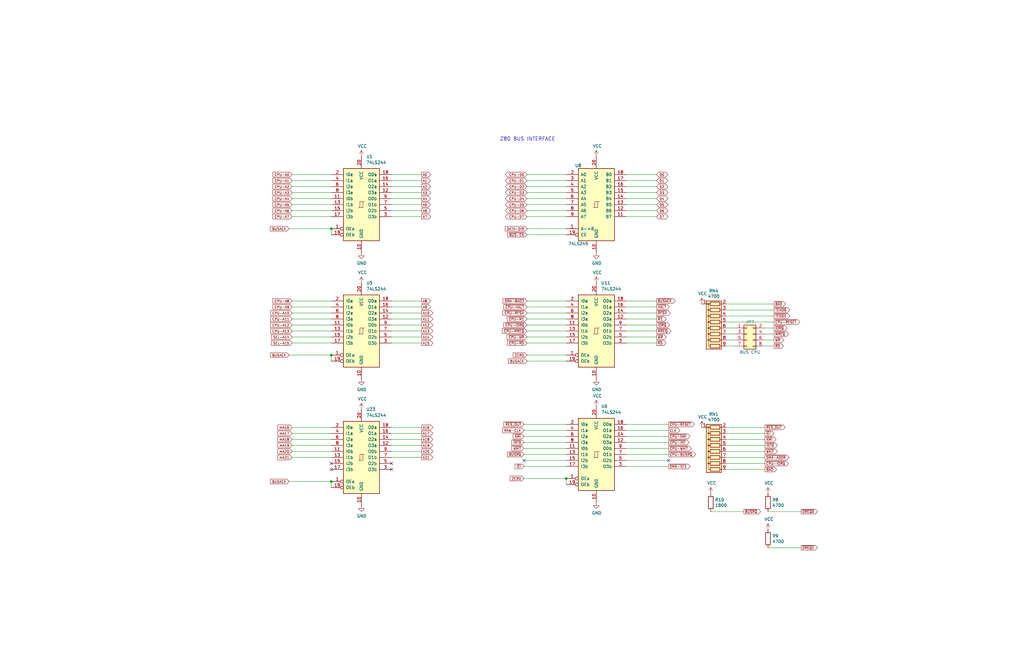
<source format=kicad_sch>
(kicad_sch (version 20211123) (generator eeschema)
  (paper "B")
  (lib_symbols
    (symbol "74xx:74LS244" (pin_names (offset 1.016))
      (property "Reference" "U" (at -7.62 16.51 0))
      (property "Value" "74LS244" (at -7.62 -16.51 0))
      (symbol "74LS244_1_0"
        (polyline (pts (xy -0.635 -1.27) (xy -0.635 1.27) (xy 0.635 1.27)))
        (polyline (pts (xy -1.27 -1.27) (xy 0.635 -1.27) (xy 0.635 1.27) (xy 1.27 1.27)))
        (pin input inverted (at -12.7 -10.16 0) (length 5.08) (name "OEa") (number "1"))
        (pin power_in line (at 0 -20.32 90) (length 5.08) (name "GND") (number "10"))
        (pin input line (at -12.7 2.54 0) (length 5.08) (name "I0b") (number "11"))
        (pin tri_state line (at 12.7 5.08 180) (length 5.08) (name "O3a") (number "12"))
        (pin input line (at -12.7 0 0) (length 5.08) (name "I1b") (number "13"))
        (pin tri_state line (at 12.7 7.62 180) (length 5.08) (name "O2a") (number "14"))
        (pin input line (at -12.7 -2.54 0) (length 5.08) (name "I2b") (number "15"))
        (pin tri_state line (at 12.7 10.16 180) (length 5.08) (name "O1a") (number "16"))
        (pin input line (at -12.7 -5.08 0) (length 5.08) (name "I3b") (number "17"))
        (pin tri_state line (at 12.7 12.7 180) (length 5.08) (name "O0a") (number "18"))
        (pin input inverted (at -12.7 -12.7 0) (length 5.08) (name "OEb") (number "19"))
        (pin input line (at -12.7 12.7 0) (length 5.08) (name "I0a") (number "2"))
        (pin power_in line (at 0 20.32 270) (length 5.08) (name "VCC") (number "20"))
        (pin tri_state line (at 12.7 -5.08 180) (length 5.08) (name "O3b") (number "3"))
        (pin input line (at -12.7 10.16 0) (length 5.08) (name "I1a") (number "4"))
        (pin tri_state line (at 12.7 -2.54 180) (length 5.08) (name "O2b") (number "5"))
        (pin input line (at -12.7 7.62 0) (length 5.08) (name "I2a") (number "6"))
        (pin tri_state line (at 12.7 0 180) (length 5.08) (name "O1b") (number "7"))
        (pin input line (at -12.7 5.08 0) (length 5.08) (name "I3a") (number "8"))
        (pin tri_state line (at 12.7 2.54 180) (length 5.08) (name "O0b") (number "9"))
      )
      (symbol "74LS244_1_1"
        (rectangle (start -7.62 15.24) (end 7.62 -15.24) (stroke (width 0.254)) (fill (type background)))
      )
    )
    (symbol "74xx:74LS245" (pin_names (offset 1.016))
      (property "Reference" "U" (at -7.62 16.51 0))
      (property "Value" "74LS245" (at -7.62 -16.51 0))
      (symbol "74LS245_1_0"
        (polyline (pts (xy -0.635 -1.27) (xy -0.635 1.27) (xy 0.635 1.27)))
        (polyline (pts (xy -1.27 -1.27) (xy 0.635 -1.27) (xy 0.635 1.27) (xy 1.27 1.27)))
        (pin input line (at -12.7 -10.16 0) (length 5.08) (name "A->B") (number "1"))
        (pin power_in line (at 0 -20.32 90) (length 5.08) (name "GND") (number "10"))
        (pin tri_state line (at 12.7 -5.08 180) (length 5.08) (name "B7") (number "11"))
        (pin tri_state line (at 12.7 -2.54 180) (length 5.08) (name "B6") (number "12"))
        (pin tri_state line (at 12.7 0 180) (length 5.08) (name "B5") (number "13"))
        (pin tri_state line (at 12.7 2.54 180) (length 5.08) (name "B4") (number "14"))
        (pin tri_state line (at 12.7 5.08 180) (length 5.08) (name "B3") (number "15"))
        (pin tri_state line (at 12.7 7.62 180) (length 5.08) (name "B2") (number "16"))
        (pin tri_state line (at 12.7 10.16 180) (length 5.08) (name "B1") (number "17"))
        (pin tri_state line (at 12.7 12.7 180) (length 5.08) (name "B0") (number "18"))
        (pin input inverted (at -12.7 -12.7 0) (length 5.08) (name "CE") (number "19"))
        (pin tri_state line (at -12.7 12.7 0) (length 5.08) (name "A0") (number "2"))
        (pin power_in line (at 0 20.32 270) (length 5.08) (name "VCC") (number "20"))
        (pin tri_state line (at -12.7 10.16 0) (length 5.08) (name "A1") (number "3"))
        (pin tri_state line (at -12.7 7.62 0) (length 5.08) (name "A2") (number "4"))
        (pin tri_state line (at -12.7 5.08 0) (length 5.08) (name "A3") (number "5"))
        (pin tri_state line (at -12.7 2.54 0) (length 5.08) (name "A4") (number "6"))
        (pin tri_state line (at -12.7 0 0) (length 5.08) (name "A5") (number "7"))
        (pin tri_state line (at -12.7 -2.54 0) (length 5.08) (name "A6") (number "8"))
        (pin tri_state line (at -12.7 -5.08 0) (length 5.08) (name "A7") (number "9"))
      )
      (symbol "74LS245_1_1"
        (rectangle (start -7.62 15.24) (end 7.62 -15.24) (stroke (width 0.254)) (fill (type background)))
      )
    )
    (symbol "Connector_Generic:Conn_02x04_Odd_Even" (pin_names (offset 1.016) hide)
      (property "Reference" "J" (at 1.27 5.08 0))
      (property "Value" "Conn_02x04_Odd_Even" (at 1.27 -7.62 0))
      (symbol "Conn_02x04_Odd_Even_1_1"
        (rectangle (start -1.27 -4.953) (end 0 -5.207) (stroke (width 0.1524)))
        (rectangle (start -1.27 -2.413) (end 0 -2.667) (stroke (width 0.1524)))
        (rectangle (start -1.27 0.127) (end 0 -0.127) (stroke (width 0.1524)))
        (rectangle (start -1.27 2.667) (end 0 2.413) (stroke (width 0.1524)))
        (rectangle (start -1.27 3.81) (end 3.81 -6.35) (stroke (width 0.254)) (fill (type background)))
        (rectangle (start 3.81 -4.953) (end 2.54 -5.207) (stroke (width 0.1524)))
        (rectangle (start 3.81 -2.413) (end 2.54 -2.667) (stroke (width 0.1524)))
        (rectangle (start 3.81 0.127) (end 2.54 -0.127) (stroke (width 0.1524)))
        (rectangle (start 3.81 2.667) (end 2.54 2.413) (stroke (width 0.1524)))
        (pin passive line (at -5.08 2.54 0) (length 3.81) (name "Pin_1") (number "1"))
        (pin passive line (at 7.62 2.54 180) (length 3.81) (name "Pin_2") (number "2"))
        (pin passive line (at -5.08 0 0) (length 3.81) (name "Pin_3") (number "3"))
        (pin passive line (at 7.62 0 180) (length 3.81) (name "Pin_4") (number "4"))
        (pin passive line (at -5.08 -2.54 0) (length 3.81) (name "Pin_5") (number "5"))
        (pin passive line (at 7.62 -2.54 180) (length 3.81) (name "Pin_6") (number "6"))
        (pin passive line (at -5.08 -5.08 0) (length 3.81) (name "Pin_7") (number "7"))
        (pin passive line (at 7.62 -5.08 180) (length 3.81) (name "Pin_8") (number "8"))
      )
    )
    (symbol "Device:R" (pin_numbers hide) (pin_names (offset 0))
      (property "Reference" "R" (at 2.032 0 90))
      (property "Value" "R" (at 0 0 90))
      (symbol "R_0_1"
        (rectangle (start -1.016 -2.54) (end 1.016 2.54) (stroke (width 0.254)))
      )
      (symbol "R_1_1"
        (pin passive line (at 0 3.81 270) (length 1.27) (name "~") (number "1"))
        (pin passive line (at 0 -3.81 90) (length 1.27) (name "~") (number "2"))
      )
    )
    (symbol "Device:R_Network08" (pin_names (offset 0) hide)
      (property "Reference" "RN" (at -12.7 0 90))
      (property "Value" "R_Network08" (at 10.16 0 90))
      (symbol "R_Network08_0_1"
        (rectangle (start -11.43 -3.175) (end 8.89 3.175) (stroke (width 0.254)) (fill (type background)))
        (rectangle (start -10.922 1.524) (end -9.398 -2.54) (stroke (width 0.254)))
        (circle (center -10.16 2.286) (radius 0.254) (fill (type outline)))
        (rectangle (start -8.382 1.524) (end -6.858 -2.54) (stroke (width 0.254)))
        (circle (center -7.62 2.286) (radius 0.254) (fill (type outline)))
        (rectangle (start -5.842 1.524) (end -4.318 -2.54) (stroke (width 0.254)))
        (circle (center -5.08 2.286) (radius 0.254) (fill (type outline)))
        (rectangle (start -3.302 1.524) (end -1.778 -2.54) (stroke (width 0.254)))
        (circle (center -2.54 2.286) (radius 0.254) (fill (type outline)))
        (rectangle (start -0.762 1.524) (end 0.762 -2.54) (stroke (width 0.254)))
        (polyline (pts (xy -10.16 -2.54) (xy -10.16 -3.81)))
        (polyline (pts (xy -7.62 -2.54) (xy -7.62 -3.81)))
        (polyline (pts (xy -5.08 -2.54) (xy -5.08 -3.81)))
        (polyline (pts (xy -2.54 -2.54) (xy -2.54 -3.81)))
        (polyline (pts (xy 0 -2.54) (xy 0 -3.81)))
        (polyline (pts (xy 2.54 -2.54) (xy 2.54 -3.81)))
        (polyline (pts (xy 5.08 -2.54) (xy 5.08 -3.81)))
        (polyline (pts (xy 7.62 -2.54) (xy 7.62 -3.81)))
        (polyline (pts (xy -10.16 1.524) (xy -10.16 2.286) (xy -7.62 2.286) (xy -7.62 1.524)))
        (polyline (pts (xy -7.62 1.524) (xy -7.62 2.286) (xy -5.08 2.286) (xy -5.08 1.524)))
        (polyline (pts (xy -5.08 1.524) (xy -5.08 2.286) (xy -2.54 2.286) (xy -2.54 1.524)))
        (polyline (pts (xy -2.54 1.524) (xy -2.54 2.286) (xy 0 2.286) (xy 0 1.524)))
        (polyline (pts (xy 0 1.524) (xy 0 2.286) (xy 2.54 2.286) (xy 2.54 1.524)))
        (polyline (pts (xy 2.54 1.524) (xy 2.54 2.286) (xy 5.08 2.286) (xy 5.08 1.524)))
        (polyline (pts (xy 5.08 1.524) (xy 5.08 2.286) (xy 7.62 2.286) (xy 7.62 1.524)))
        (circle (center 0 2.286) (radius 0.254) (fill (type outline)))
        (rectangle (start 1.778 1.524) (end 3.302 -2.54) (stroke (width 0.254)))
        (circle (center 2.54 2.286) (radius 0.254) (fill (type outline)))
        (rectangle (start 4.318 1.524) (end 5.842 -2.54) (stroke (width 0.254)))
        (circle (center 5.08 2.286) (radius 0.254) (fill (type outline)))
        (rectangle (start 6.858 1.524) (end 8.382 -2.54) (stroke (width 0.254)))
      )
      (symbol "R_Network08_1_1"
        (pin passive line (at -10.16 5.08 270) (length 2.54) (name "common") (number "1"))
        (pin passive line (at -10.16 -5.08 90) (length 1.27) (name "R1") (number "2"))
        (pin passive line (at -7.62 -5.08 90) (length 1.27) (name "R2") (number "3"))
        (pin passive line (at -5.08 -5.08 90) (length 1.27) (name "R3") (number "4"))
        (pin passive line (at -2.54 -5.08 90) (length 1.27) (name "R4") (number "5"))
        (pin passive line (at 0 -5.08 90) (length 1.27) (name "R5") (number "6"))
        (pin passive line (at 2.54 -5.08 90) (length 1.27) (name "R6") (number "7"))
        (pin passive line (at 5.08 -5.08 90) (length 1.27) (name "R7") (number "8"))
        (pin passive line (at 7.62 -5.08 90) (length 1.27) (name "R8") (number "9"))
      )
    )
    (symbol "power:GND" (power) (pin_names (offset 0))
      (property "Value" "GND" (at 0 -3.81 0))
      (symbol "GND_0_1"
        (polyline (pts (xy 0 0) (xy 0 -1.27) (xy 1.27 -1.27) (xy 0 -2.54) (xy -1.27 -1.27) (xy 0 -1.27)))
      )
      (symbol "GND_1_1"
        (pin power_in line (at 0 0 270) (length 0) hide (name "GND") (number "1"))
      )
    )
    (symbol "power:VCC" (power) (pin_names (offset 0))
      (property "Value" "VCC" (at 0 3.81 0))
      (symbol "VCC_0_1"
        (polyline (pts (xy -0.762 1.27) (xy 0 2.54)))
        (polyline (pts (xy 0 0) (xy 0 2.54)))
        (polyline (pts (xy 0 2.54) (xy 0.762 1.27)))
      )
      (symbol "VCC_1_1"
        (pin power_in line (at 0 0 90) (length 0) hide (name "VCC") (number "1"))
      )
    )
  )
  (junction (at 139.7 203.2))
  (junction (at 139.7 96.52))
  (junction (at 139.7 149.86))
  (junction (at 238.76 201.93))
  (no_connect (at 165.1 195.58))
  (no_connect (at 220.98 194.31))
  (no_connect (at 281.94 194.31))
  (no_connect (at 139.7 198.12))
  (no_connect (at 165.1 198.12))
  (no_connect (at 139.7 195.58))
  (wire (pts (xy 264.16 132.08) (xy 276.86 132.08)))
  (wire (pts (xy 165.1 193.04) (xy 177.8 193.04)))
  (wire (pts (xy 139.7 96.52) (xy 121.92 96.52)))
  (wire (pts (xy 123.19 73.66) (xy 139.7 73.66)))
  (wire (pts (xy 264.16 179.07) (xy 281.94 179.07)))
  (wire (pts (xy 306.07 190.5) (xy 322.58 190.5)))
  (wire (pts (xy 306.07 193.04) (xy 322.58 193.04)))
  (wire (pts (xy 264.16 137.16) (xy 276.86 137.16)))
  (wire (pts (xy 306.07 143.51) (xy 309.88 143.51)))
  (wire (pts (xy 123.19 88.9) (xy 139.7 88.9)))
  (wire (pts (xy 165.1 76.2) (xy 177.8 76.2)))
  (wire (pts (xy 222.25 83.82) (xy 238.76 83.82)))
  (wire (pts (xy 264.16 184.15) (xy 281.94 184.15)))
  (wire (pts (xy 222.25 144.78) (xy 238.76 144.78)))
  (wire (pts (xy 165.1 86.36) (xy 177.8 86.36)))
  (wire (pts (xy 165.1 137.16) (xy 177.8 137.16)))
  (wire (pts (xy 165.1 129.54) (xy 177.8 129.54)))
  (wire (pts (xy 264.16 196.85) (xy 281.94 196.85)))
  (wire (pts (xy 322.58 138.43) (xy 326.39 138.43)))
  (wire (pts (xy 322.58 146.05) (xy 326.39 146.05)))
  (wire (pts (xy 323.85 215.9) (xy 337.82 215.9)))
  (wire (pts (xy 165.1 182.88) (xy 177.8 182.88)))
  (wire (pts (xy 306.07 195.58) (xy 322.58 195.58)))
  (wire (pts (xy 123.19 81.28) (xy 139.7 81.28)))
  (wire (pts (xy 222.25 132.08) (xy 238.76 132.08)))
  (wire (pts (xy 165.1 139.7) (xy 177.8 139.7)))
  (wire (pts (xy 123.19 76.2) (xy 139.7 76.2)))
  (wire (pts (xy 306.07 182.88) (xy 322.58 182.88)))
  (wire (pts (xy 165.1 127) (xy 177.8 127)))
  (wire (pts (xy 165.1 73.66) (xy 177.8 73.66)))
  (wire (pts (xy 222.25 81.28) (xy 238.76 81.28)))
  (wire (pts (xy 264.16 86.36) (xy 276.86 86.36)))
  (wire (pts (xy 139.7 152.4) (xy 139.7 149.86)))
  (wire (pts (xy 306.07 180.34) (xy 322.58 180.34)))
  (wire (pts (xy 306.07 140.97) (xy 309.88 140.97)))
  (wire (pts (xy 222.25 137.16) (xy 238.76 137.16)))
  (wire (pts (xy 123.19 91.44) (xy 139.7 91.44)))
  (wire (pts (xy 281.94 191.77) (xy 264.16 191.77)))
  (wire (pts (xy 238.76 134.62) (xy 222.25 134.62)))
  (wire (pts (xy 306.07 146.05) (xy 309.88 146.05)))
  (wire (pts (xy 222.25 76.2) (xy 238.76 76.2)))
  (wire (pts (xy 264.16 81.28) (xy 276.86 81.28)))
  (wire (pts (xy 139.7 149.86) (xy 121.92 149.86)))
  (wire (pts (xy 264.16 142.24) (xy 276.86 142.24)))
  (wire (pts (xy 222.25 86.36) (xy 238.76 86.36)))
  (wire (pts (xy 264.16 127) (xy 276.86 127)))
  (wire (pts (xy 264.16 181.61) (xy 281.94 181.61)))
  (wire (pts (xy 264.16 134.62) (xy 276.86 134.62)))
  (wire (pts (xy 222.25 142.24) (xy 238.76 142.24)))
  (wire (pts (xy 222.25 129.54) (xy 238.76 129.54)))
  (wire (pts (xy 123.19 129.54) (xy 139.7 129.54)))
  (wire (pts (xy 306.07 198.12) (xy 322.58 198.12)))
  (wire (pts (xy 123.19 83.82) (xy 139.7 83.82)))
  (wire (pts (xy 264.16 88.9) (xy 276.86 88.9)))
  (wire (pts (xy 165.1 187.96) (xy 177.8 187.96)))
  (wire (pts (xy 123.19 137.16) (xy 139.7 137.16)))
  (wire (pts (xy 165.1 88.9) (xy 177.8 88.9)))
  (wire (pts (xy 222.25 73.66) (xy 238.76 73.66)))
  (wire (pts (xy 281.94 189.23) (xy 264.16 189.23)))
  (wire (pts (xy 123.19 132.08) (xy 139.7 132.08)))
  (wire (pts (xy 165.1 91.44) (xy 177.8 91.44)))
  (wire (pts (xy 222.25 149.86) (xy 238.76 149.86)))
  (wire (pts (xy 220.98 191.77) (xy 238.76 191.77)))
  (wire (pts (xy 165.1 78.74) (xy 177.8 78.74)))
  (wire (pts (xy 165.1 144.78) (xy 177.8 144.78)))
  (wire (pts (xy 165.1 81.28) (xy 177.8 81.28)))
  (wire (pts (xy 322.58 143.51) (xy 326.39 143.51)))
  (wire (pts (xy 123.19 187.96) (xy 139.7 187.96)))
  (wire (pts (xy 264.16 139.7) (xy 276.86 139.7)))
  (wire (pts (xy 222.25 99.06) (xy 238.76 99.06)))
  (wire (pts (xy 306.07 138.43) (xy 309.88 138.43)))
  (wire (pts (xy 264.16 83.82) (xy 276.86 83.82)))
  (wire (pts (xy 306.07 135.89) (xy 326.39 135.89)))
  (wire (pts (xy 165.1 134.62) (xy 177.8 134.62)))
  (wire (pts (xy 165.1 83.82) (xy 177.8 83.82)))
  (wire (pts (xy 165.1 185.42) (xy 177.8 185.42)))
  (wire (pts (xy 323.85 231.14) (xy 337.82 231.14)))
  (wire (pts (xy 165.1 142.24) (xy 177.8 142.24)))
  (wire (pts (xy 264.16 194.31) (xy 281.94 194.31)))
  (wire (pts (xy 220.98 186.69) (xy 238.76 186.69)))
  (wire (pts (xy 264.16 186.69) (xy 281.94 186.69)))
  (wire (pts (xy 123.19 144.78) (xy 139.7 144.78)))
  (wire (pts (xy 306.07 133.35) (xy 326.39 133.35)))
  (wire (pts (xy 306.07 187.96) (xy 322.58 187.96)))
  (wire (pts (xy 222.25 152.4) (xy 238.76 152.4)))
  (wire (pts (xy 222.25 139.7) (xy 238.76 139.7)))
  (wire (pts (xy 139.7 205.74) (xy 139.7 203.2)))
  (wire (pts (xy 123.19 180.34) (xy 139.7 180.34)))
  (wire (pts (xy 123.19 139.7) (xy 139.7 139.7)))
  (wire (pts (xy 123.19 185.42) (xy 139.7 185.42)))
  (wire (pts (xy 220.98 184.15) (xy 238.76 184.15)))
  (wire (pts (xy 165.1 180.34) (xy 177.8 180.34)))
  (wire (pts (xy 123.19 193.04) (xy 139.7 193.04)))
  (wire (pts (xy 322.58 140.97) (xy 326.39 140.97)))
  (wire (pts (xy 139.7 203.2) (xy 121.92 203.2)))
  (wire (pts (xy 238.76 201.93) (xy 238.76 204.47)))
  (wire (pts (xy 220.98 179.07) (xy 238.76 179.07)))
  (wire (pts (xy 220.98 194.31) (xy 238.76 194.31)))
  (wire (pts (xy 123.19 134.62) (xy 139.7 134.62)))
  (wire (pts (xy 165.1 132.08) (xy 177.8 132.08)))
  (wire (pts (xy 220.98 201.93) (xy 238.76 201.93)))
  (wire (pts (xy 264.16 76.2) (xy 276.86 76.2)))
  (wire (pts (xy 264.16 73.66) (xy 276.86 73.66)))
  (wire (pts (xy 222.25 96.52) (xy 238.76 96.52)))
  (wire (pts (xy 123.19 190.5) (xy 139.7 190.5)))
  (wire (pts (xy 264.16 91.44) (xy 276.86 91.44)))
  (wire (pts (xy 165.1 190.5) (xy 177.8 190.5)))
  (wire (pts (xy 238.76 127) (xy 222.25 127)))
  (wire (pts (xy 220.98 196.85) (xy 238.76 196.85)))
  (wire (pts (xy 123.19 142.24) (xy 139.7 142.24)))
  (wire (pts (xy 306.07 128.27) (xy 326.39 128.27)))
  (wire (pts (xy 123.19 127) (xy 139.7 127)))
  (wire (pts (xy 264.16 144.78) (xy 276.86 144.78)))
  (wire (pts (xy 222.25 78.74) (xy 238.76 78.74)))
  (wire (pts (xy 123.19 182.88) (xy 139.7 182.88)))
  (wire (pts (xy 264.16 78.74) (xy 276.86 78.74)))
  (wire (pts (xy 306.07 130.81) (xy 326.39 130.81)))
  (wire (pts (xy 139.7 99.06) (xy 139.7 96.52)))
  (wire (pts (xy 123.19 86.36) (xy 139.7 86.36)))
  (wire (pts (xy 306.07 185.42) (xy 322.58 185.42)))
  (wire (pts (xy 123.19 78.74) (xy 139.7 78.74)))
  (wire (pts (xy 264.16 129.54) (xy 276.86 129.54)))
  (wire (pts (xy 220.98 181.61) (xy 238.76 181.61)))
  (wire (pts (xy 220.98 189.23) (xy 238.76 189.23)))
  (wire (pts (xy 222.25 91.44) (xy 238.76 91.44)))
  (wire (pts (xy 222.25 88.9) (xy 238.76 88.9)))
  (wire (pts (xy 299.72 215.9) (xy 313.69 215.9)))
  (text "Z80 BUS INTERFACE" (at 210.82 59.69 0) (effects (font (size 1.524 1.524)) (justify left bottom)))
  (global_label "A9" (shape output) (at 177.8 129.54 0) (effects (font (size 1.016 1.016))) (property "Intersheet References" "${INTERSHEET_REFS}" (effects hide)))
  (global_label "mA20" (shape input) (at 123.19 190.5 180) (effects (font (size 1.016 1.016))) (property "Intersheet References" "${INTERSHEET_REFS}" (effects hide)))
  (global_label "D1" (shape bidirectional) (at 276.86 76.2 0) (effects (font (size 1.016 1.016))) (property "Intersheet References" "${INTERSHEET_REFS}" (effects hide)))
  (global_label "~{CPU-WAIT}" (shape output) (at 281.94 189.23 0) (effects (font (size 1.016 1.016))) (property "Intersheet References" "${INTERSHEET_REFS}" (effects hide)))
  (global_label "A19" (shape output) (at 177.8 187.96 0) (effects (font (size 1.016 1.016))) (property "Intersheet References" "${INTERSHEET_REFS}" (effects hide)))
  (global_label "~{RD}" (shape output) (at 276.86 144.78 0) (effects (font (size 1.016 1.016))) (property "Intersheet References" "${INTERSHEET_REFS}" (effects hide)))
  (global_label "~{TEND1}" (shape output) (at 326.39 133.35 0) (effects (font (size 1.016 1.016))) (property "Intersheet References" "${INTERSHEET_REFS}" (effects hide)))
  (global_label "mA16" (shape input) (at 123.19 180.34 180) (effects (font (size 1.016 1.016))) (property "Intersheet References" "${INTERSHEET_REFS}" (effects hide)))
  (global_label "~{IEI}" (shape input) (at 220.98 196.85 180) (effects (font (size 1.016 1.016))) (property "Intersheet References" "${INTERSHEET_REFS}" (effects hide)))
  (global_label "BUSACK" (shape input) (at 222.25 152.4 180) (effects (font (size 1.016 1.016))) (property "Intersheet References" "${INTERSHEET_REFS}" (effects hide)))
  (global_label "~{NMI}" (shape input) (at 220.98 184.15 180) (effects (font (size 1.016 1.016))) (property "Intersheet References" "${INTERSHEET_REFS}" (effects hide)))
  (global_label "~{CPU-IORQ}" (shape input) (at 222.25 137.16 180) (effects (font (size 1.016 1.016))) (property "Intersheet References" "${INTERSHEET_REFS}" (effects hide)))
  (global_label "A16" (shape output) (at 177.8 180.34 0) (effects (font (size 1.016 1.016))) (property "Intersheet References" "${INTERSHEET_REFS}" (effects hide)))
  (global_label "~{CPU-BUSRQ}" (shape output) (at 281.94 191.77 0) (effects (font (size 1.016 1.016))) (property "Intersheet References" "${INTERSHEET_REFS}" (effects hide)))
  (global_label "SEL-A14" (shape input) (at 123.19 142.24 180) (effects (font (size 1.016 1.016))) (property "Intersheet References" "${INTERSHEET_REFS}" (effects hide)))
  (global_label "~{CPU-M1}" (shape input) (at 222.25 134.62 180) (effects (font (size 1.016 1.016))) (property "Intersheet References" "${INTERSHEET_REFS}" (effects hide)))
  (global_label "CPU-A11" (shape input) (at 123.19 134.62 180) (effects (font (size 1.016 1.016))) (property "Intersheet References" "${INTERSHEET_REFS}" (effects hide)))
  (global_label "~{WAIT}" (shape output) (at 322.58 190.5 0) (effects (font (size 1.016 1.016))) (property "Intersheet References" "${INTERSHEET_REFS}" (effects hide)))
  (global_label "SEL-A15" (shape input) (at 123.19 144.78 180) (effects (font (size 1.016 1.016))) (property "Intersheet References" "${INTERSHEET_REFS}" (effects hide)))
  (global_label "CPU-A13" (shape input) (at 123.19 139.7 180) (effects (font (size 1.016 1.016))) (property "Intersheet References" "${INTERSHEET_REFS}" (effects hide)))
  (global_label "A15" (shape output) (at 177.8 144.78 0) (effects (font (size 1.016 1.016))) (property "Intersheet References" "${INTERSHEET_REFS}" (effects hide)))
  (global_label "BUSACK" (shape input) (at 121.92 96.52 180) (effects (font (size 1.016 1.016))) (property "Intersheet References" "${INTERSHEET_REFS}" (effects hide)))
  (global_label "A0" (shape output) (at 177.8 73.66 0) (effects (font (size 1.016 1.016))) (property "Intersheet References" "${INTERSHEET_REFS}" (effects hide)))
  (global_label "DATA-DIR" (shape input) (at 222.25 96.52 180) (effects (font (size 1.016 1.016))) (property "Intersheet References" "${INTERSHEET_REFS}" (effects hide)))
  (global_label "~{DREQ0}" (shape output) (at 337.82 215.9 0) (effects (font (size 1.016 1.016))) (property "Intersheet References" "${INTERSHEET_REFS}" (effects hide)))
  (global_label "~{RFSH}" (shape output) (at 276.86 132.08 0) (effects (font (size 1.016 1.016))) (property "Intersheet References" "${INTERSHEET_REFS}" (effects hide)))
  (global_label "~{CPU-MREQ}" (shape input) (at 222.25 139.7 180) (effects (font (size 1.016 1.016))) (property "Intersheet References" "${INTERSHEET_REFS}" (effects hide)))
  (global_label "CPU-A8" (shape input) (at 123.19 127 180) (effects (font (size 1.016 1.016))) (property "Intersheet References" "${INTERSHEET_REFS}" (effects hide)))
  (global_label "CPU-A5" (shape input) (at 123.19 86.36 180) (effects (font (size 1.016 1.016))) (property "Intersheet References" "${INTERSHEET_REFS}" (effects hide)))
  (global_label "~{CPU-IORQ}" (shape output) (at 322.58 195.58 0) (effects (font (size 1.016 1.016))) (property "Intersheet References" "${INTERSHEET_REFS}" (effects hide)))
  (global_label "BUSACK" (shape input) (at 121.92 149.86 180) (effects (font (size 1.016 1.016))) (property "Intersheet References" "${INTERSHEET_REFS}" (effects hide)))
  (global_label "A4" (shape output) (at 177.8 83.82 0) (effects (font (size 1.016 1.016))) (property "Intersheet References" "${INTERSHEET_REFS}" (effects hide)))
  (global_label "ZERO" (shape input) (at 222.25 149.86 180) (effects (font (size 1.016 1.016))) (property "Intersheet References" "${INTERSHEET_REFS}" (effects hide)))
  (global_label "D2" (shape bidirectional) (at 276.86 78.74 0) (effects (font (size 1.016 1.016))) (property "Intersheet References" "${INTERSHEET_REFS}" (effects hide)))
  (global_label "~{BAO}" (shape output) (at 326.39 128.27 0) (effects (font (size 1.016 1.016))) (property "Intersheet References" "${INTERSHEET_REFS}" (effects hide)))
  (global_label "~{WAIT}" (shape input) (at 220.98 189.23 180) (effects (font (size 1.016 1.016))) (property "Intersheet References" "${INTERSHEET_REFS}" (effects hide)))
  (global_label "~{RES_OUT}" (shape input) (at 220.98 179.07 180) (effects (font (size 1.016 1.016))) (property "Intersheet References" "${INTERSHEET_REFS}" (effects hide)))
  (global_label "CPU-A6" (shape input) (at 123.19 88.9 180) (effects (font (size 1.016 1.016))) (property "Intersheet References" "${INTERSHEET_REFS}" (effects hide)))
  (global_label "~{CPU-RESET}" (shape output) (at 326.39 135.89 0) (effects (font (size 1.016 1.016))) (property "Intersheet References" "${INTERSHEET_REFS}" (effects hide)))
  (global_label "CPU-A2" (shape input) (at 123.19 78.74 180) (effects (font (size 1.016 1.016))) (property "Intersheet References" "${INTERSHEET_REFS}" (effects hide)))
  (global_label "mA17" (shape input) (at 123.19 182.88 180) (effects (font (size 1.016 1.016))) (property "Intersheet References" "${INTERSHEET_REFS}" (effects hide)))
  (global_label "~{M1}" (shape output) (at 276.86 134.62 0) (effects (font (size 1.016 1.016))) (property "Intersheet References" "${INTERSHEET_REFS}" (effects hide)))
  (global_label "~{NMI}" (shape output) (at 322.58 185.42 0) (effects (font (size 1.016 1.016))) (property "Intersheet References" "${INTERSHEET_REFS}" (effects hide)))
  (global_label "ZERO" (shape input) (at 220.98 201.93 180) (effects (font (size 1.016 1.016))) (property "Intersheet References" "${INTERSHEET_REFS}" (effects hide)))
  (global_label "CPU-A0" (shape input) (at 123.19 73.66 180) (effects (font (size 1.016 1.016))) (property "Intersheet References" "${INTERSHEET_REFS}" (effects hide)))
  (global_label "CLK" (shape output) (at 281.94 181.61 0) (effects (font (size 1.016 1.016))) (property "Intersheet References" "${INTERSHEET_REFS}" (effects hide)))
  (global_label "~{IORQ}" (shape output) (at 326.39 138.43 0) (effects (font (size 1.016 1.016))) (property "Intersheet References" "${INTERSHEET_REFS}" (effects hide)))
  (global_label "CPU-A3" (shape input) (at 123.19 81.28 180) (effects (font (size 1.016 1.016))) (property "Intersheet References" "${INTERSHEET_REFS}" (effects hide)))
  (global_label "A20" (shape output) (at 177.8 190.5 0) (effects (font (size 1.016 1.016))) (property "Intersheet References" "${INTERSHEET_REFS}" (effects hide)))
  (global_label "~{INT0}" (shape input) (at 220.98 186.69 180) (effects (font (size 1.016 1.016))) (property "Intersheet References" "${INTERSHEET_REFS}" (effects hide)))
  (global_label "mA19" (shape input) (at 123.19 187.96 180) (effects (font (size 1.016 1.016))) (property "Intersheet References" "${INTERSHEET_REFS}" (effects hide)))
  (global_label "~{CPU-INT}" (shape output) (at 281.94 186.69 0) (effects (font (size 1.016 1.016))) (property "Intersheet References" "${INTERSHEET_REFS}" (effects hide)))
  (global_label "A18" (shape output) (at 177.8 185.42 0) (effects (font (size 1.016 1.016))) (property "Intersheet References" "${INTERSHEET_REFS}" (effects hide)))
  (global_label "~{DREQ1}" (shape output) (at 337.82 231.14 0) (effects (font (size 1.016 1.016))) (property "Intersheet References" "${INTERSHEET_REFS}" (effects hide)))
  (global_label "A3" (shape output) (at 177.8 81.28 0) (effects (font (size 1.016 1.016))) (property "Intersheet References" "${INTERSHEET_REFS}" (effects hide)))
  (global_label "D3" (shape bidirectional) (at 276.86 81.28 0) (effects (font (size 1.016 1.016))) (property "Intersheet References" "${INTERSHEET_REFS}" (effects hide)))
  (global_label "CPU-D3" (shape bidirectional) (at 222.25 81.28 180) (effects (font (size 1.016 1.016))) (property "Intersheet References" "${INTERSHEET_REFS}" (effects hide)))
  (global_label "CPU-D5" (shape bidirectional) (at 222.25 86.36 180) (effects (font (size 1.016 1.016))) (property "Intersheet References" "${INTERSHEET_REFS}" (effects hide)))
  (global_label "mA18" (shape input) (at 123.19 185.42 180) (effects (font (size 1.016 1.016))) (property "Intersheet References" "${INTERSHEET_REFS}" (effects hide)))
  (global_label "D7" (shape bidirectional) (at 276.86 91.44 0) (effects (font (size 1.016 1.016))) (property "Intersheet References" "${INTERSHEET_REFS}" (effects hide)))
  (global_label "~{BUSRQ}" (shape input) (at 220.98 191.77 180) (effects (font (size 1.016 1.016))) (property "Intersheet References" "${INTERSHEET_REFS}" (effects hide)))
  (global_label "~{RD}" (shape output) (at 326.39 146.05 0) (effects (font (size 1.016 1.016))) (property "Intersheet References" "${INTERSHEET_REFS}" (effects hide)))
  (global_label "CPU-D7" (shape bidirectional) (at 222.25 91.44 180) (effects (font (size 1.016 1.016))) (property "Intersheet References" "${INTERSHEET_REFS}" (effects hide)))
  (global_label "CPU-A4" (shape input) (at 123.19 83.82 180) (effects (font (size 1.016 1.016))) (property "Intersheet References" "${INTERSHEET_REFS}" (effects hide)))
  (global_label "CPU-A12" (shape input) (at 123.19 137.16 180) (effects (font (size 1.016 1.016))) (property "Intersheet References" "${INTERSHEET_REFS}" (effects hide)))
  (global_label "CPU-D0" (shape bidirectional) (at 222.25 73.66 180) (effects (font (size 1.016 1.016))) (property "Intersheet References" "${INTERSHEET_REFS}" (effects hide)))
  (global_label "~{BAO}" (shape output) (at 322.58 198.12 0) (effects (font (size 1.016 1.016))) (property "Intersheet References" "${INTERSHEET_REFS}" (effects hide)))
  (global_label "CPU-D6" (shape bidirectional) (at 222.25 88.9 180) (effects (font (size 1.016 1.016))) (property "Intersheet References" "${INTERSHEET_REFS}" (effects hide)))
  (global_label "~{DMA-ADDR}" (shape output) (at 322.58 193.04 0) (effects (font (size 1.016 1.016))) (property "Intersheet References" "${INTERSHEET_REFS}" (effects hide)))
  (global_label "BUSACK" (shape input) (at 121.92 203.2 180) (effects (font (size 1.016 1.016))) (property "Intersheet References" "${INTERSHEET_REFS}" (effects hide)))
  (global_label "~{CPU-RESET}" (shape output) (at 281.94 179.07 0) (effects (font (size 1.016 1.016))) (property "Intersheet References" "${INTERSHEET_REFS}" (effects hide)))
  (global_label "~{WR}" (shape output) (at 326.39 143.51 0) (effects (font (size 1.016 1.016))) (property "Intersheet References" "${INTERSHEET_REFS}" (effects hide)))
  (global_label "A8" (shape output) (at 177.8 127 0) (effects (font (size 1.016 1.016))) (property "Intersheet References" "${INTERSHEET_REFS}" (effects hide)))
  (global_label "~{RES_OUT}" (shape output) (at 322.58 180.34 0) (effects (font (size 1.016 1.016))) (property "Intersheet References" "${INTERSHEET_REFS}" (effects hide)))
  (global_label "A5" (shape output) (at 177.8 86.36 0) (effects (font (size 1.016 1.016))) (property "Intersheet References" "${INTERSHEET_REFS}" (effects hide)))
  (global_label "~{TEND0}" (shape output) (at 326.39 130.81 0) (effects (font (size 1.016 1.016))) (property "Intersheet References" "${INTERSHEET_REFS}" (effects hide)))
  (global_label "A11" (shape output) (at 177.8 134.62 0) (effects (font (size 1.016 1.016))) (property "Intersheet References" "${INTERSHEET_REFS}" (effects hide)))
  (global_label "~{CPU-RD}" (shape input) (at 222.25 144.78 180) (effects (font (size 1.016 1.016))) (property "Intersheet References" "${INTERSHEET_REFS}" (effects hide)))
  (global_label "D6" (shape bidirectional) (at 276.86 88.9 0) (effects (font (size 1.016 1.016))) (property "Intersheet References" "${INTERSHEET_REFS}" (effects hide)))
  (global_label "A13" (shape output) (at 177.8 139.7 0) (effects (font (size 1.016 1.016))) (property "Intersheet References" "${INTERSHEET_REFS}" (effects hide)))
  (global_label "CPU-D2" (shape bidirectional) (at 222.25 78.74 180) (effects (font (size 1.016 1.016))) (property "Intersheet References" "${INTERSHEET_REFS}" (effects hide)))
  (global_label "CPU-A9" (shape input) (at 123.19 129.54 180) (effects (font (size 1.016 1.016))) (property "Intersheet References" "${INTERSHEET_REFS}" (effects hide)))
  (global_label "~{CPU-RFSH}" (shape input) (at 222.25 132.08 180) (effects (font (size 1.016 1.016))) (property "Intersheet References" "${INTERSHEET_REFS}" (effects hide)))
  (global_label "A7" (shape output) (at 177.8 91.44 0) (effects (font (size 1.016 1.016))) (property "Intersheet References" "${INTERSHEET_REFS}" (effects hide)))
  (global_label "~{MREQ}" (shape output) (at 276.86 139.7 0) (effects (font (size 1.016 1.016))) (property "Intersheet References" "${INTERSHEET_REFS}" (effects hide)))
  (global_label "CPU-D4" (shape bidirectional) (at 222.25 83.82 180) (effects (font (size 1.016 1.016))) (property "Intersheet References" "${INTERSHEET_REFS}" (effects hide)))
  (global_label "~{MREQ}" (shape output) (at 326.39 140.97 0) (effects (font (size 1.016 1.016))) (property "Intersheet References" "${INTERSHEET_REFS}" (effects hide)))
  (global_label "A14" (shape output) (at 177.8 142.24 0) (effects (font (size 1.016 1.016))) (property "Intersheet References" "${INTERSHEET_REFS}" (effects hide)))
  (global_label "CPU-A7" (shape input) (at 123.19 91.44 180) (effects (font (size 1.016 1.016))) (property "Intersheet References" "${INTERSHEET_REFS}" (effects hide)))
  (global_label "CPU-A1" (shape input) (at 123.19 76.2 180) (effects (font (size 1.016 1.016))) (property "Intersheet References" "${INTERSHEET_REFS}" (effects hide)))
  (global_label "~{DMA-BAO2}" (shape input) (at 222.25 127 180) (effects (font (size 1.016 1.016))) (property "Intersheet References" "${INTERSHEET_REFS}" (effects hide)))
  (global_label "~{IORQ}" (shape output) (at 276.86 137.16 0) (effects (font (size 1.016 1.016))) (property "Intersheet References" "${INTERSHEET_REFS}" (effects hide)))
  (global_label "A2" (shape output) (at 177.8 78.74 0) (effects (font (size 1.016 1.016))) (property "Intersheet References" "${INTERSHEET_REFS}" (effects hide)))
  (global_label "~{INT0}" (shape output) (at 322.58 187.96 0) (effects (font (size 1.016 1.016))) (property "Intersheet References" "${INTERSHEET_REFS}" (effects hide)))
  (global_label "~{HALT}" (shape output) (at 276.86 129.54 0) (effects (font (size 1.016 1.016))) (property "Intersheet References" "${INTERSHEET_REFS}" (effects hide)))
  (global_label "A12" (shape output) (at 177.8 137.16 0) (effects (font (size 1.016 1.016))) (property "Intersheet References" "${INTERSHEET_REFS}" (effects hide)))
  (global_label "D0" (shape bidirectional) (at 276.86 73.66 0) (effects (font (size 1.016 1.016))) (property "Intersheet References" "${INTERSHEET_REFS}" (effects hide)))
  (global_label "~{CPU-WR}" (shape input) (at 222.25 142.24 180) (effects (font (size 1.016 1.016))) (property "Intersheet References" "${INTERSHEET_REFS}" (effects hide)))
  (global_label "CPU-A10" (shape input) (at 123.19 132.08 180) (effects (font (size 1.016 1.016))) (property "Intersheet References" "${INTERSHEET_REFS}" (effects hide)))
  (global_label "A10" (shape output) (at 177.8 132.08 0) (effects (font (size 1.016 1.016))) (property "Intersheet References" "${INTERSHEET_REFS}" (effects hide)))
  (global_label "D4" (shape bidirectional) (at 276.86 83.82 0) (effects (font (size 1.016 1.016))) (property "Intersheet References" "${INTERSHEET_REFS}" (effects hide)))
  (global_label "mA21" (shape input) (at 123.19 193.04 180) (effects (font (size 1.016 1.016))) (property "Intersheet References" "${INTERSHEET_REFS}" (effects hide)))
  (global_label "A21" (shape output) (at 177.8 193.04 0) (effects (font (size 1.016 1.016))) (property "Intersheet References" "${INTERSHEET_REFS}" (effects hide)))
  (global_label "~{CPU-HALT}" (shape input) (at 222.25 129.54 180) (effects (font (size 1.016 1.016))) (property "Intersheet References" "${INTERSHEET_REFS}" (effects hide)))
  (global_label "~{DMA-IEI1}" (shape output) (at 281.94 196.85 0) (effects (font (size 1.016 1.016))) (property "Intersheet References" "${INTERSHEET_REFS}" (effects hide)))
  (global_label "~{BUSACK}" (shape output) (at 276.86 127 0) (effects (font (size 1.016 1.016))) (property "Intersheet References" "${INTERSHEET_REFS}" (effects hide)))
  (global_label "~{IEI}" (shape output) (at 322.58 182.88 0) (effects (font (size 1.016 1.016))) (property "Intersheet References" "${INTERSHEET_REFS}" (effects hide)))
  (global_label "~{WR}" (shape output) (at 276.86 142.24 0) (effects (font (size 1.016 1.016))) (property "Intersheet References" "${INTERSHEET_REFS}" (effects hide)))
  (global_label "~{BUS-EN}" (shape input) (at 222.25 99.06 180) (effects (font (size 1.016 1.016))) (property "Intersheet References" "${INTERSHEET_REFS}" (effects hide)))
  (global_label "CPU-D1" (shape bidirectional) (at 222.25 76.2 180) (effects (font (size 1.016 1.016))) (property "Intersheet References" "${INTERSHEET_REFS}" (effects hide)))
  (global_label "A6" (shape output) (at 177.8 88.9 0) (effects (font (size 1.016 1.016))) (property "Intersheet References" "${INTERSHEET_REFS}" (effects hide)))
  (global_label "D5" (shape bidirectional) (at 276.86 86.36 0) (effects (font (size 1.016 1.016))) (property "Intersheet References" "${INTERSHEET_REFS}" (effects hide)))
  (global_label "A1" (shape output) (at 177.8 76.2 0) (effects (font (size 1.016 1.016))) (property "Intersheet References" "${INTERSHEET_REFS}" (effects hide)))
  (global_label "A17" (shape output) (at 177.8 182.88 0) (effects (font (size 1.016 1.016))) (property "Intersheet References" "${INTERSHEET_REFS}" (effects hide)))
  (global_label "RAW-CLK" (shape input) (at 220.98 181.61 180) (effects (font (size 1.016 1.016))) (property "Intersheet References" "${INTERSHEET_REFS}" (effects hide)))
  (global_label "~{CPU-NMI}" (shape output) (at 281.94 184.15 0) (effects (font (size 1.016 1.016))) (property "Intersheet References" "${INTERSHEET_REFS}" (effects hide)))
  (global_label "~{BUSRQ}" (shape output) (at 313.69 215.9 0) (effects (font (size 1.016 1.016))) (property "Intersheet References" "${INTERSHEET_REFS}" (effects hide)))
  (symbol (lib_id "power:VCC") (at 152.4 172.72 0) (unit 1)
    (property "Reference" "#PWR07" (effects hide))
    (property "Value" "VCC" (at 152.781 168.3258 0))
  )
  (symbol (lib_id "power:GND") (at 152.4 213.36 0) (unit 1)
    (property "Reference" "#PWR09" (effects hide))
    (property "Value" "GND" (at 152.527 217.7542 0))
  )
  (symbol (lib_id "power:VCC") (at 152.4 66.04 0) (unit 1)
    (property "Reference" "#PWR0125" (effects hide))
    (property "Value" "VCC" (at 152.781 61.6458 0))
  )
  (symbol (lib_id "power:GND") (at 152.4 106.68 0) (unit 1)
    (property "Reference" "#PWR0126" (effects hide))
    (property "Value" "GND" (at 152.527 111.0742 0))
  )
  (symbol (lib_id "power:VCC") (at 152.4 119.38 0) (unit 1)
    (property "Reference" "#PWR0127" (effects hide))
    (property "Value" "VCC" (at 152.781 114.9858 0))
  )
  (symbol (lib_id "power:GND") (at 152.4 160.02 0) (unit 1)
    (property "Reference" "#PWR0128" (effects hide))
    (property "Value" "GND" (at 152.527 164.4142 0))
  )
  (symbol (lib_id "74xx:74LS245") (at 251.46 86.36 0) (unit 1)
    (property "Reference" "U8" (at 243.84 69.85 0))
    (property "Value" "74LS245" (at 243.84 102.87 0))
    (property "Footprint" "Package_DIP:DIP-20_W7.62mm" (effects hide))
    (property "Datasheet" "http://www.ti.com/lit/gpn/sn74LS245" (effects hide))
  )
  (symbol (lib_id "power:VCC") (at 251.46 66.04 0) (unit 1)
    (property "Reference" "#PWR0129" (effects hide))
    (property "Value" "VCC" (at 251.841 61.6458 0))
  )
  (symbol (lib_id "power:GND") (at 251.46 106.68 0) (unit 1)
    (property "Reference" "#PWR0130" (effects hide))
    (property "Value" "GND" (at 251.587 111.0742 0))
  )
  (symbol (lib_id "power:VCC") (at 251.46 119.38 0) (unit 1)
    (property "Reference" "#PWR0110" (effects hide))
    (property "Value" "VCC" (at 251.841 114.9858 0))
  )
  (symbol (lib_id "power:GND") (at 251.46 160.02 0) (unit 1)
    (property "Reference" "#PWR0131" (effects hide))
    (property "Value" "GND" (at 251.587 164.4142 0))
  )
  (symbol (lib_id "Device:R_Network08") (at 300.99 138.43 90) (mirror x) (unit 1)
    (property "Reference" "RN4" (at 300.99 122.7582 90))
    (property "Value" "4700" (at 300.99 125.0696 90))
    (property "Footprint" "Resistor_THT:R_Array_SIP9" (effects hide))
    (property "Datasheet" "http://www.vishay.com/docs/31509/csc.pdf" (effects hide))
  )
  (symbol (lib_id "power:VCC") (at 295.91 128.27 0) (unit 1)
    (property "Reference" "#PWR0132" (effects hide))
    (property "Value" "VCC" (at 296.291 123.8758 0))
  )
  (symbol (lib_id "Connector_Generic:Conn_02x04_Odd_Even") (at 314.96 140.97 0) (unit 1)
    (property "Reference" "JP7" (at 316.23 135.89 0))
    (property "Value" "BUS CPU" (at 316.23 148.59 0))
    (property "Footprint" "Connector_PinHeader_2.54mm:PinHeader_2x04_P2.54mm_Vertical" (effects hide))
  )
  (symbol (lib_id "power:VCC") (at 295.91 180.34 0) (unit 1)
    (property "Reference" "#PWR0133" (effects hide))
    (property "Value" "VCC" (at 296.291 175.9458 0))
  )
  (symbol (lib_id "Device:R_Network08") (at 300.99 190.5 90) (mirror x) (unit 1)
    (property "Reference" "RN1" (at 300.99 174.8282 90))
    (property "Value" "4700" (at 300.99 177.1396 90))
    (property "Footprint" "Resistor_THT:R_Array_SIP9" (effects hide))
    (property "Datasheet" "http://www.vishay.com/docs/31509/csc.pdf" (effects hide))
  )
  (symbol (lib_id "power:GND") (at 251.46 212.09 0) (unit 1)
    (property "Reference" "#PWR0134" (effects hide))
    (property "Value" "GND" (at 251.587 216.4842 0))
  )
  (symbol (lib_id "power:VCC") (at 251.46 171.45 0) (unit 1)
    (property "Reference" "#PWR0135" (effects hide))
    (property "Value" "VCC" (at 251.841 167.0558 0))
  )
  (symbol (lib_id "Device:R") (at 299.72 212.09 0) (unit 1)
    (property "Reference" "R10" (at 301.498 210.9216 0) (effects (justify left)))
    (property "Value" "1800" (at 301.498 213.233 0) (effects (justify left)))
    (property "Footprint" "Resistor_THT:R_Axial_DIN0207_L6.3mm_D2.5mm_P7.62mm_Horizontal" (effects hide))
  )
  (symbol (lib_id "power:VCC") (at 299.72 208.28 0) (unit 1)
    (property "Reference" "#PWR0136" (effects hide))
    (property "Value" "VCC" (at 300.1518 203.8858 0))
  )
  (symbol (lib_id "74xx:74LS244") (at 251.46 139.7 0) (unit 1)
    (property "Reference" "U11" (at 253.4794 119.38 0) (effects (justify left)))
    (property "Value" "74LS244" (at 253.4794 121.92 0) (effects (justify left)))
    (property "Footprint" "Package_DIP:DIP-20_W7.62mm" (effects hide))
    (property "Datasheet" "http://www.ti.com/lit/ds/symlink/sn74ls244.pdf" (effects hide))
  )
  (symbol (lib_id "74xx:74LS244") (at 152.4 139.7 0) (unit 1)
    (property "Reference" "U5" (at 154.4194 119.38 0) (effects (justify left)))
    (property "Value" "74LS244" (at 154.4194 121.92 0) (effects (justify left)))
    (property "Footprint" "Package_DIP:DIP-20_W7.62mm" (effects hide))
    (property "Datasheet" "http://www.ti.com/lit/ds/symlink/sn74ls244.pdf" (effects hide))
  )
  (symbol (lib_id "power:VCC") (at 323.85 208.28 0) (unit 1)
    (property "Reference" "#PWR016" (effects hide))
    (property "Value" "VCC" (at 324.2818 203.8858 0))
  )
  (symbol (lib_id "74xx:74LS244") (at 251.46 191.77 0) (unit 1)
    (property "Reference" "U6" (at 253.4794 171.45 0) (effects (justify left)))
    (property "Value" "74LS244" (at 253.4794 173.99 0) (effects (justify left)))
    (property "Footprint" "Package_DIP:DIP-20_W7.62mm" (effects hide))
    (property "Datasheet" "http://www.ti.com/lit/ds/symlink/sn74ls244.pdf" (effects hide))
  )
  (symbol (lib_id "Device:R") (at 323.85 227.33 0) (unit 1)
    (property "Reference" "R9" (at 325.628 226.1616 0) (effects (justify left)))
    (property "Value" "4700" (at 325.628 228.473 0) (effects (justify left)))
    (property "Footprint" "Resistor_THT:R_Axial_DIN0207_L6.3mm_D2.5mm_P7.62mm_Horizontal" (effects hide))
  )
  (symbol (lib_id "74xx:74LS244") (at 152.4 193.04 0) (unit 1)
    (property "Reference" "U23" (at 154.4194 172.72 0) (effects (justify left)))
    (property "Value" "74LS244" (at 154.4194 175.26 0) (effects (justify left)))
    (property "Footprint" "Package_DIP:DIP-20_W7.62mm" (effects hide))
    (property "Datasheet" "http://www.ti.com/lit/ds/symlink/sn74ls244.pdf" (effects hide))
  )
  (symbol (lib_id "74xx:74LS244") (at 152.4 86.36 0) (unit 1)
    (property "Reference" "U1" (at 154.4194 66.04 0) (effects (justify left)))
    (property "Value" "74LS244" (at 154.4194 68.58 0) (effects (justify left)))
    (property "Footprint" "Package_DIP:DIP-20_W7.62mm" (effects hide))
    (property "Datasheet" "http://www.ti.com/lit/ds/symlink/sn74ls244.pdf" (effects hide))
  )
  (symbol (lib_id "Device:R") (at 323.85 212.09 0) (unit 1)
    (property "Reference" "R8" (at 325.628 210.9216 0) (effects (justify left)))
    (property "Value" "4700" (at 325.628 213.233 0) (effects (justify left)))
    (property "Footprint" "Resistor_THT:R_Axial_DIN0207_L6.3mm_D2.5mm_P7.62mm_Horizontal" (effects hide))
  )
  (symbol (lib_id "power:VCC") (at 323.85 223.52 0) (unit 1)
    (property "Reference" "#PWR025" (effects hide))
    (property "Value" "VCC" (at 324.2818 219.1258 0))
  )
)
</source>
